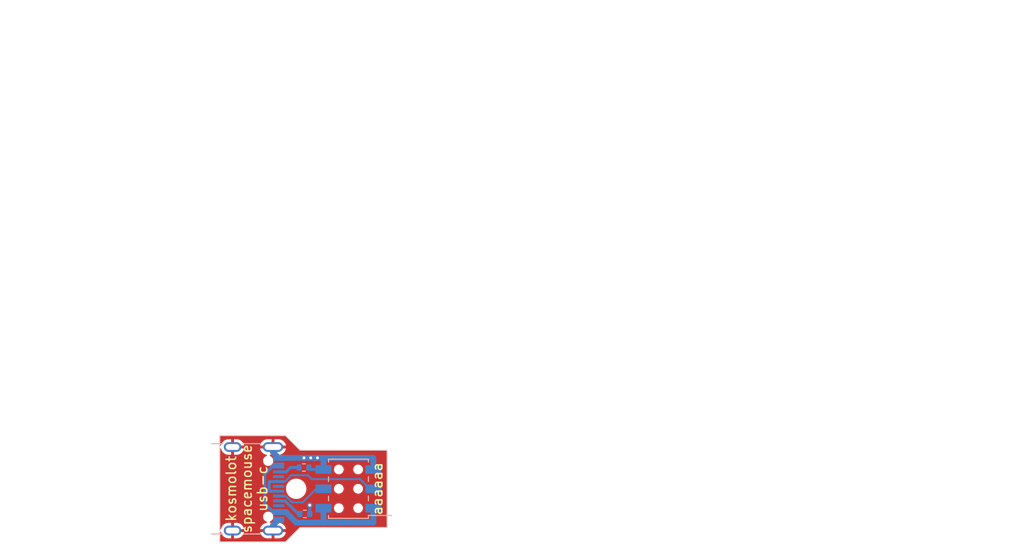
<source format=kicad_pcb>
(kicad_pcb (version 20240108) (generator "pcbnew") (generator_version "8.0")
  (layers (0 "F.Cu" signal) (31 "B.Cu" signal) (34 "B.Paste" user) (35 "F.Paste" user) (36 "B.SilkS" user "B.Silkscreen") (37 "F.SilkS" user "F.Silkscreen") (38 "B.Mask" user) (39 "F.Mask" user) (44 "Edge.Cuts" user))
  (net 0 "")
  (net 1 "GND")
  (net 2 "VBUS")
  (net 3 "/CC1")
  (net 4 "/D+")
  (net 5 "/D-")
  (net 7 "/CC2")
  (footprint "Connector_PinSocket_2.00mm:PinSocket_2x03_P2.00mm_Vertical_SMD" (layer "B.Cu") (at 152 95.5)
    (property "Reference" "J2" (hide yes))
    (property "Value" "Conn_02x03_Odd_Even")
    (fp_line (start -2.06 -3.06) (end 2.06 -3.06) (stroke (width 0.12)) (layer "B.SilkS"))
    (fp_line (start -2.06 -2.76) (end -2.06 -3.06) (stroke (width 0.12)) (layer "B.SilkS"))
    (fp_line (start -2.06 -0.76) (end -2.06 -1.24) (stroke (width 0.12)) (layer "B.SilkS"))
    (fp_line (start -2.06 1.24) (end -2.06 0.76) (stroke (width 0.12)) (layer "B.SilkS"))
    (fp_line (start -2.06 3.06) (end -2.06 2.76) (stroke (width 0.12)) (layer "B.SilkS"))
    (fp_line (start -2.06 3.06) (end 2.06 3.06) (stroke (width 0.12)) (layer "B.SilkS"))
    (fp_line (start 2.06 -2.76) (end 2.06 -3.06) (stroke (width 0.12)) (layer "B.SilkS"))
    (fp_line (start 2.06 -0.76) (end 2.06 -1.24) (stroke (width 0.12)) (layer "B.SilkS"))
    (fp_line (start 2.06 1.24) (end 2.06 0.76) (stroke (width 0.12)) (layer "B.SilkS"))
    (fp_line (start 2.06 2.76) (end 4.44 2.76) (stroke (width 0.12)) (layer "B.SilkS"))
    (fp_line (start 2.06 3.06) (end 2.06 2.76) (stroke (width 0.12)) (layer "B.SilkS"))
    (pad "1" smd rect (at 2.575 2) (size 1.65 0.89) (layers "B.Cu" "B.Paste" "B.Mask") (net 2 "VBUS"))
    (pad "2" smd rect (at -2.575 2) (size 1.65 0.89) (layers "B.Cu" "B.Paste" "B.Mask") (net 2 "VBUS"))
    (pad "3" smd rect (at 2.575 0) (size 1.65 0.89) (layers "B.Cu" "B.Paste" "B.Mask") (net 4 "/D+"))
    (pad "4" smd rect (at -2.575 0) (size 1.65 0.89) (layers "B.Cu" "B.Paste" "B.Mask") (net 5 "/D-"))
    (pad "5" smd rect (at 2.575 -2) (size 1.65 0.89) (layers "B.Cu" "B.Paste" "B.Mask") (net 1 "GND"))
    (pad "6" smd rect (at -2.575 -2) (size 1.65 0.89) (layers "B.Cu" "B.Paste" "B.Mask") (net 1 "GND"))
  )
  (footprint "Resistor_SMD:R_0402_1005Metric" (layer "B.Cu") (at 147.5 98.1)
    (property "Reference" "R1" (hide yes))
    (property "Value" "5.1k")
    (fp_line (start -0.153641 -0.38) (end 0.153641 -0.38) (stroke (width 0.12)) (layer "B.SilkS"))
    (fp_line (start -0.153641 0.38) (end 0.153641 0.38) (stroke (width 0.12)) (layer "B.SilkS"))
    (pad "1" smd roundrect (at -0.51 0) (size 0.54 0.64) (layers "B.Cu" "B.Paste" "B.Mask") (net 3 "/CC1"))
    (pad "2" smd roundrect (at 0.51 0) (size 0.54 0.64) (layers "B.Cu" "B.Paste" "B.Mask") (net 1 "GND"))
  )
  (footprint "Resistor_SMD:R_0402_1005Metric" (layer "B.Cu") (at 147.4 93.3)
    (property "Reference" "R2" (hide yes))
    (property "Value" "5.1k")
    (fp_line (start -0.153641 -0.38) (end 0.153641 -0.38) (stroke (width 0.12)) (layer "B.SilkS"))
    (fp_line (start -0.153641 0.38) (end 0.153641 0.38) (stroke (width 0.12)) (layer "B.SilkS"))
    (pad "1" smd roundrect (at -0.51 0) (size 0.54 0.64) (layers "B.Cu" "B.Paste" "B.Mask") (net 7 "/CC2"))
    (pad "2" smd roundrect (at 0.51 0) (size 0.54 0.64) (layers "B.Cu" "B.Paste" "B.Mask") (net 1 "GND"))
  )
  (footprint "Connector_USB:USB_C_Receptacle_GCT_USB4105-xx-A_16P_TopMnt_Horizontal" (layer "B.Cu") (at 141.1 95.5 90)
    (property "Reference" "J1" (hide yes))
    (property "Value" "USB4105-GF-A")
    (fp_line (start 4.67 -2.1) (end 4.67 -3.25) (stroke (width 0.12)) (layer "B.SilkS"))
    (fp_line (start -4.67 -2.1) (end -4.67 -3.25) (stroke (width 0.12)) (layer "B.SilkS"))
    (fp_line (start 4.67 0) (end 4.67 1.8) (stroke (width 0.12)) (layer "B.SilkS"))
    (fp_line (start -4.67 0) (end -4.67 1.8) (stroke (width 0.12)) (layer "B.SilkS"))
    (pad "" np_thru_hole circle (at -2.89 2.605 90) (size 0.65 0.65) (drill 0.65) (layers "F&B.Cu" "*.Mask"))
    (pad "" np_thru_hole circle (at 2.89 2.605 90) (size 0.65 0.65) (drill 0.65) (layers "F&B.Cu" "*.Mask"))
    (pad "A1" smd rect (at -3.2 3.68 90) (size 0.6 1.15) (layers "B.Cu" "B.Paste" "B.Mask") (net 1 "GND"))
    (pad "A4" smd rect (at -2.4 3.68 90) (size 0.6 1.15) (layers "B.Cu" "B.Paste" "B.Mask") (net 2 "VBUS"))
    (pad "A5" smd rect (at -1.25 3.68 90) (size 0.3 1.15) (layers "B.Cu" "B.Paste" "B.Mask") (net 3 "/CC1"))
    (pad "A6" smd rect (at -0.25 3.68 90) (size 0.3 1.15) (layers "B.Cu" "B.Paste" "B.Mask") (net 4 "/D+"))
    (pad "A7" smd rect (at 0.25 3.68 90) (size 0.3 1.15) (layers "B.Cu" "B.Paste" "B.Mask") (net 5 "/D-"))
    (pad "A8" smd rect (at 1.25 3.68 90) (size 0.3 1.15) (layers "B.Cu" "B.Paste" "B.Mask"))
    (pad "A9" smd rect (at 2.4 3.68 90) (size 0.6 1.15) (layers "B.Cu" "B.Paste" "B.Mask") (net 2 "VBUS"))
    (pad "A12" smd rect (at 3.2 3.68 90) (size 0.6 1.15) (layers "B.Cu" "B.Paste" "B.Mask") (net 1 "GND"))
    (pad "B1" smd rect (at 3.2 3.68 90) (size 0.6 1.15) (layers "B.Cu" "B.Paste" "B.Mask") (net 1 "GND"))
    (pad "B4" smd rect (at 2.4 3.68 90) (size 0.6 1.15) (layers "B.Cu" "B.Paste" "B.Mask") (net 2 "VBUS"))
    (pad "B5" smd rect (at 1.75 3.68 90) (size 0.3 1.15) (layers "B.Cu" "B.Paste" "B.Mask") (net 7 "/CC2"))
    (pad "B6" smd rect (at 0.75 3.68 90) (size 0.3 1.15) (layers "B.Cu" "B.Paste" "B.Mask") (net 4 "/D+"))
    (pad "B7" smd rect (at -0.75 3.68 90) (size 0.3 1.15) (layers "B.Cu" "B.Paste" "B.Mask") (net 5 "/D-"))
    (pad "B8" smd rect (at -1.75 3.68 90) (size 0.3 1.15) (layers "B.Cu" "B.Paste" "B.Mask"))
    (pad "B9" smd rect (at -2.4 3.68 90) (size 0.6 1.15) (layers "B.Cu" "B.Paste" "B.Mask") (net 2 "VBUS"))
    (pad "B12" smd rect (at -3.2 3.68 90) (size 0.6 1.15) (layers "B.Cu" "B.Paste" "B.Mask") (net 1 "GND"))
    (pad "S1" thru_hole oval (at -4.32 -1.075 90) (size 1 1.8) (drill oval 0.6 1.4) (layers "*.Cu" "*.Mask" "B.Paste") (net 1 "GND"))
    (pad "S1" thru_hole oval (at -4.32 3.105 90) (size 1 2.1) (drill oval 0.6 1.7) (layers "*.Cu" "*.Mask" "B.Paste") (net 1 "GND"))
    (pad "S1" thru_hole oval (at 4.32 -1.075 90) (size 1 1.8) (drill oval 0.6 1.4) (layers "*.Cu" "*.Mask" "B.Paste") (net 1 "GND"))
    (pad "S1" thru_hole oval (at 4.32 3.105 90) (size 1 2.1) (drill oval 0.6 1.7) (layers "*.Cu" "*.Mask" "B.Paste") (net 1 "GND"))
  )
  (gr_circle (center 153 93.5) (end 153.5 93.5) (stroke (width 0.01)) (fill none) (layer "Edge.Cuts"))
  (gr_circle (center 153 97.5) (end 153.5 97.5) (stroke (width 0.01)) (fill none) (layer "Edge.Cuts"))
  (gr_line (start 156 91.5) (end 156 99.5) (stroke (width 0.1)) (layer "Edge.Cuts"))
  (gr_circle (center 151 95.5) (end 151.5 95.5) (stroke (width 0.01)) (fill none) (layer "Edge.Cuts"))
  (gr_circle (center 146.6 95.5) (end 147.65 95.5) (stroke (width 0.01)) (fill none) (layer "Edge.Cuts"))
  (gr_line (start 138.7 101) (end 138.7 90) (stroke (width 0.1)) (layer "Edge.Cuts"))
  (gr_circle (center 153 95.5) (end 153.5 95.5) (stroke (width 0.01)) (fill none) (layer "Edge.Cuts"))
  (gr_line (start 138.7 90) (end 145.5 90) (stroke (width 0.1)) (layer "Edge.Cuts"))
  (gr_circle (center 151 97.5) (end 151.5 97.5) (stroke (width 0.01)) (fill none) (layer "Edge.Cuts"))
  (gr_line (start 156 99.5) (end 147 99.5) (stroke (width 0.1)) (layer "Edge.Cuts"))
  (gr_circle (center 151 93.5) (end 151.5 93.5) (stroke (width 0.01)) (fill none) (layer "Edge.Cuts"))
  (gr_line (start 145.5 101) (end 138.7 101) (stroke (width 0.1)) (layer "Edge.Cuts"))
  (gr_line (start 147 91.5) (end 145.5 90) (stroke (width 0.1)) (layer "Edge.Cuts"))
  (gr_line (start 147 91.5) (end 156 91.5) (stroke (width 0.1)) (layer "Edge.Cuts"))
  (gr_line (start 145.5 101) (end 147 99.5) (stroke (width 0.1)) (layer "Edge.Cuts"))
  (gr_text "aaaaaa" (at 155 95.5 90) (layer "F.SilkS") (effects (font (size 1 1))))
  (gr_text "kosmolot\nspacemouse\nusb-c" (at 141.5 95.5 90) (layer "F.SilkS") (effects (font (size 1 1))))
  (via (at 148.1 92.3) (size 0.6) (drill 0.3) (layers "F.Cu" "B.Cu") (net 1))
  (via (at 147.4 92.3) (size 0.6) (drill 0.3) (layers "F.Cu" "B.Cu") (net 1))
  (via (at 148 97.2) (size 0.6) (drill 0.3) (layers "F.Cu" "B.Cu") (net 1))
  (via (at 148.8 92.3) (size 0.6) (drill 0.3) (layers "F.Cu" "B.Cu") (net 1))
  (segment (start 148 97.2) (end 148.01 97.21) (width 0.3) (layer "B.Cu") (net 1))
  (segment (start 144.78 98.7) (end 144.205 99.275) (width 0.6) (layer "B.Cu") (net 1))
  (segment (start 149.425 92.3) (end 149.425 93.5) (width 0.6) (layer "B.Cu") (net 1))
  (segment (start 144.205 99.275) (end 144.205 99.82) (width 0.6) (layer "B.Cu") (net 1))
  (segment (start 154.575 92.375) (end 154.575 93.5) (width 0.6) (layer "B.Cu") (net 1))
  (segment (start 147.91 93.3) (end 148.11 93.5) (width 0.3) (layer "B.Cu") (net 1))
  (segment (start 144.78 92.3) (end 147.4 92.3) (width 0.6) (layer "B.Cu") (net 1))
  (segment (start 149.425 92.3) (end 154.5 92.3) (width 0.6) (layer "B.Cu") (net 1))
  (segment (start 148.01 97.21) (end 148.01 98.1) (width 0.3) (layer "B.Cu") (net 1))
  (segment (start 144.205 91.725) (end 144.205 91.18) (width 0.6) (layer "B.Cu") (net 1))
  (segment (start 148.11 93.5) (end 149.425 93.5) (width 0.3) (layer "B.Cu") (net 1))
  (segment (start 144.78 92.3) (end 144.205 91.725) (width 0.6) (layer "B.Cu") (net 1))
  (segment (start 147.41 92.31) (end 147.4 92.3) (width 0.4) (layer "B.Cu") (net 1))
  (segment (start 154.5 92.3) (end 154.575 92.375) (width 0.6) (layer "B.Cu") (net 1))
  (segment (start 148.1 92.3) (end 149.425 92.3) (width 0.6) (layer "B.Cu") (net 1))
  (segment (start 147.4 92.3) (end 148.1 92.3) (width 0.6) (layer "B.Cu") (net 1))
  (segment (start 154.575 98.975) (end 154.55 99) (width 0.6) (layer "B.Cu") (net 2))
  (segment (start 144.240305 97.9) (end 143.35 97.009695) (width 0.3) (layer "B.Cu") (net 2))
  (segment (start 154.575 97.5) (end 154.575 98.975) (width 0.6) (layer "B.Cu") (net 2))
  (segment (start 143.35 93.990305) (end 144.240305 93.1) (width 0.3) (layer "B.Cu") (net 2))
  (segment (start 146.6275 99) (end 145.5275 97.9) (width 0.6) (layer "B.Cu") (net 2))
  (segment (start 149.425 98.975) (end 149.4 99) (width 0.6) (layer "B.Cu") (net 2))
  (segment (start 149.4 99) (end 146.6275 99) (width 0.6) (layer "B.Cu") (net 2))
  (segment (start 144.78 97.9) (end 144.240305 97.9) (width 0.3) (layer "B.Cu") (net 2))
  (segment (start 144.240305 93.1) (end 144.78 93.1) (width 0.3) (layer "B.Cu") (net 2))
  (segment (start 145.5275 97.9) (end 144.78 97.9) (width 0.6) (layer "B.Cu") (net 2))
  (segment (start 154.55 99) (end 149.4 99) (width 0.6) (layer "B.Cu") (net 2))
  (segment (start 143.35 97.009695) (end 143.35 93.990305) (width 0.3) (layer "B.Cu") (net 2))
  (segment (start 149.425 97.5) (end 149.425 98.975) (width 0.6) (layer "B.Cu") (net 2))
  (segment (start 145.9975 97.3) (end 146.003528 97.3) (width 0.3) (layer "B.Cu") (net 3))
  (segment (start 145.4475 96.75) (end 145.9975 97.3) (width 0.3) (layer "B.Cu") (net 3))
  (segment (start 146.003528 97.3) (end 146.803528 98.1) (width 0.3) (layer "B.Cu") (net 3))
  (segment (start 144.78 96.75) (end 145.4475 96.75) (width 0.3) (layer "B.Cu") (net 3))
  (segment (start 146.803528 98.1) (end 146.99 98.1) (width 0.3) (layer "B.Cu") (net 3))
  (segment (start 143.85 94.75) (end 144.78 94.75) (width 0.3) (layer "B.Cu") (net 4))
  (segment (start 143.85 95.75) (end 143.8 95.7) (width 0.3) (layer "B.Cu") (net 4))
  (segment (start 153.2 94.5) (end 153.9 95.2) (width 0.2) (layer "B.Cu") (net 4))
  (segment (start 144.78 94.75) (end 145.45 94.75) (width 0.2) (layer "B.Cu") (net 4))
  (segment (start 143.8 95.7) (end 143.8 94.8) (width 0.3) (layer "B.Cu") (net 4))
  (segment (start 147.8 94.1) (end 148.2 94.5) (width 0.2) (layer "B.Cu") (net 4))
  (segment (start 148.2 94.5) (end 153.2 94.5) (width 0.2) (layer "B.Cu") (net 4))
  (segment (start 146.1 94.1) (end 147.8 94.1) (width 0.2) (layer "B.Cu") (net 4))
  (segment (start 144.78 95.75) (end 143.85 95.75) (width 0.3) (layer "B.Cu") (net 4))
  (segment (start 145.45 94.75) (end 146.1 94.1) (width 0.2) (layer "B.Cu") (net 4))
  (segment (start 143.8 94.8) (end 143.85 94.75) (width 0.3) (layer "B.Cu") (net 4))
  (segment (start 144.78 96.25) (end 145.513186 96.25) (width 0.2) (layer "B.Cu") (net 5))
  (segment (start 147.275 96.9) (end 148.575 95.6) (width 0.2) (layer "B.Cu") (net 5))
  (segment (start 145.513186 96.25) (end 146.163186 96.9) (width 0.2) (layer "B.Cu") (net 5))
  (segment (start 146.163186 96.9) (end 147.275 96.9) (width 0.2) (layer "B.Cu") (net 5))
  (segment (start 148.575 95.6) (end 148.95 95.6) (width 0.2) (layer "B.Cu") (net 5))
  (segment (start 145.55 93.75) (end 146 93.3) (width 0.3) (layer "B.Cu") (net 7))
  (segment (start 146 93.3) (end 146.89 93.3) (width 0.3) (layer "B.Cu") (net 7))
  (segment (start 144.78 93.75) (end 145.55 93.75) (width 0.3) (layer "B.Cu") (net 7))
  (zone (net 1) (net_name "GND") (layer "F.Cu") (name "GND") (connect_pads (clearance 0.3)) (min_thickness 0.15) (fill yes (thermal_gap 0.3) (thermal_bridge_width 0.3))
    (polygon (pts (xy 138.7 90) (xy 156 90) (xy 156 101) (xy 138.7 101)))
  )
)
</source>
